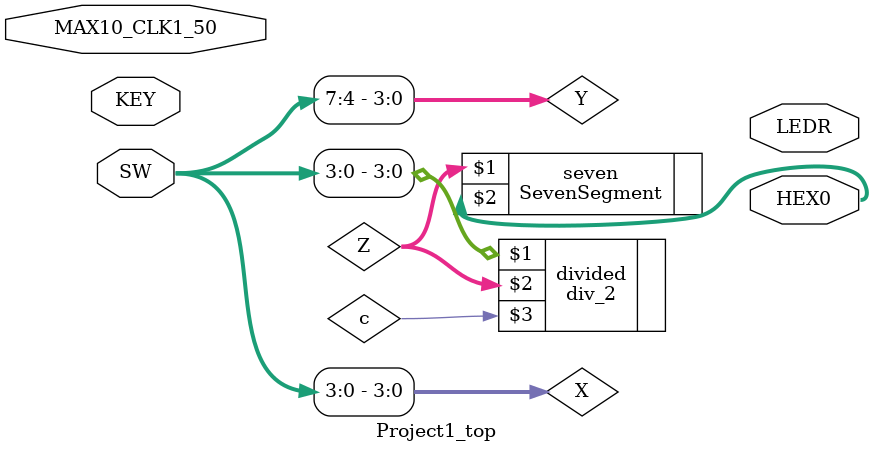
<source format=v>
module Project1_top(
	input [1:0]KEY,
	input [9:0]SW,
	input MAX10_CLK1_50,
	output [7:0] HEX0,
	//output HEX1[7:0],
	output [9:0]LEDR
	);
	
	wire [3:0] X, Y,Z;
	assign X[3:0] = SW[3:0];
	assign Y[3:0] = SW[7:4];
	
	
	wire c;
	
	//Adder myadd(X,Y,Z,c);
	//mult_2 multiplied(X,Z, c);
	div_2 divided(X,Z,c);
	SevenSegment seven(Z, HEX0);
	
//	always @(posedge KEY[0])
//	begin 
//		LEDR[0] = 1;
//	end


endmodule 

</source>
